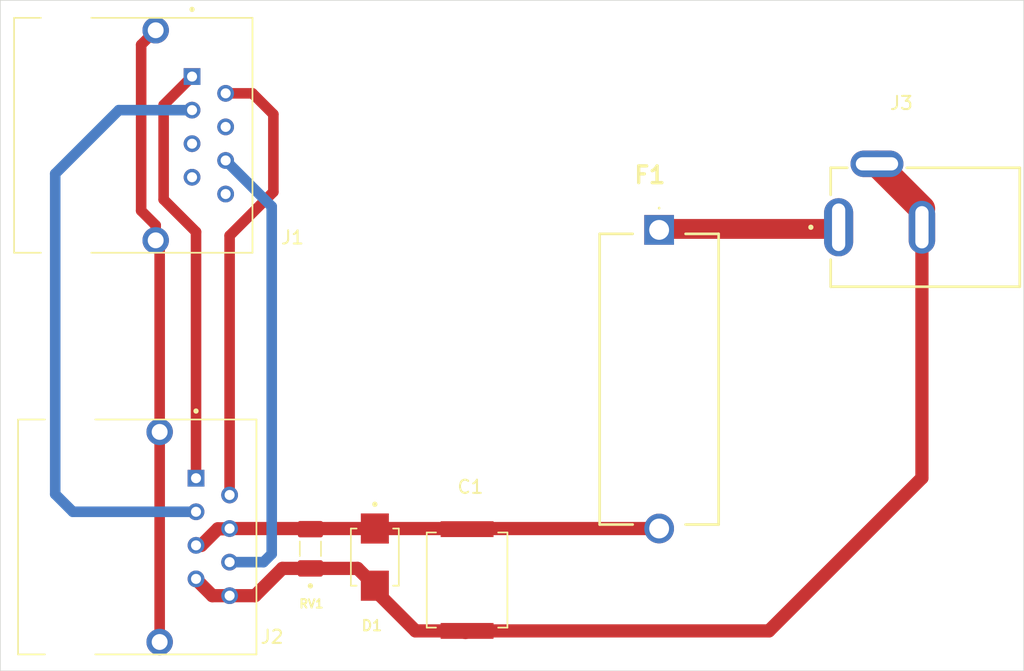
<source format=kicad_pcb>
(kicad_pcb (version 20240108) (generator "pcbnew") (generator_version "8.0")
  (layers (0 "F.Cu" signal) (31 "B.Cu" signal) (34 "B.Paste" user) (35 "F.Paste" user) (36 "B.SilkS" user "B.Silkscreen") (37 "F.SilkS" user "F.Silkscreen") (38 "B.Mask" user) (39 "F.Mask" user) (44 "Edge.Cuts" user))
  (net 0 "")
  (net 1 "Net-(F1-Pad1)")
  (net 4 "GND")
  (net 5 "VCC")
  (net 6 "GNDPWR")
  (net 7 "Net-(J1-Pad2)")
  (net 8 "Net-(J1-Pad3)")
  (net 9 "Net-(J1-Pad6)")
  (net 10 "Net-(J1-Pad1)")
  (footprint "Equatorial_foot:CAP_SMDIC04100TB00KQ00" (layer "F.Cu") (at 110.45 102.175 90)
    (property "Reference" "C1" (at 7.05 0.25 180) (layer "F.SilkS"))
    (property "Value" "SMDIC04100TB00KQ00" (hide yes))
    (fp_line (start 3.6 -3.05) (end 3.6 -2.35) (stroke (width 0.127)) (layer "F.SilkS"))
    (fp_line (start -3.6 -3.05) (end 3.6 -3.05) (stroke (width 0.127)) (layer "F.SilkS"))
    (fp_line (start -3.6 -2.35) (end -3.6 -3.05) (stroke (width 0.127)) (layer "F.SilkS"))
    (fp_line (start -3.6 2.35) (end -3.6 3.05) (stroke (width 0.127)) (layer "F.SilkS"))
    (fp_line (start 3.6 3.05) (end 3.6 2.35) (stroke (width 0.127)) (layer "F.SilkS"))
    (fp_line (start -3.6 3.05) (end 3.6 3.05) (stroke (width 0.127)) (layer "F.SilkS"))
    (pad "1" smd rect (at -3.85 0 90) (size 1.2 4) (layers "F.Cu" "F.Paste" "F.Mask") (net 4 "GND"))
    (pad "2" smd rect (at 3.85 0 90) (size 1.2 4) (layers "F.Cu" "F.Paste" "F.Mask") (net 5 "VCC"))
  )
  (footprint "Equatorial_foot:RJ45-8P8C" (layer "F.Cu") (at 83.3 68.515 -90)
    (property "Reference" "J1" (at 7.735 -13.95 180) (layer "F.SilkS") (effects (font (size 1.000614 1.000614))))
    (property "Value" "RJ45-8P8C" (hide yes))
    (fp_line (start -8.89 7.11) (end 8.89 7.11) (stroke (width 0.127)) (layer "F.SilkS"))
    (fp_line (start 8.89 7.11) (end 8.89 5.08) (stroke (width 0.127)) (layer "F.SilkS"))
    (fp_line (start -8.89 5.08) (end -8.89 7.11) (stroke (width 0.127)) (layer "F.SilkS"))
    (fp_line (start -8.89 -10.92) (end -8.89 1.27) (stroke (width 0.127)) (layer "F.SilkS"))
    (fp_line (start -8.89 -10.92) (end 8.89 -10.92) (stroke (width 0.127)) (layer "F.SilkS"))
    (fp_line (start 8.89 -10.92) (end 8.89 1.27) (stroke (width 0.127)) (layer "F.SilkS"))
    (fp_circle (center -9.53 -6.35) (end -9.43 -6.35) (stroke (width 0.2)) (fill none) (layer "F.SilkS"))
    (pad "" np_thru_hole circle (at -5.715 0.5 270) (size 3.25 3.25) (drill 3.25) (layers "*.Cu" "*.Mask"))
    (pad "" np_thru_hole circle (at 5.715 0.5 270) (size 3.25 3.25) (drill 3.25) (layers "*.Cu" "*.Mask"))
    (pad "1" thru_hole rect (at -4.445 -6.35 270) (size 1.268 1.268) (drill 0.76) (layers "*.Cu" "*.Mask") (net 10 "Net-(J1-Pad1)"))
    (pad "2" thru_hole circle (at -3.175 -8.89 270) (size 1.268 1.268) (drill 0.76) (layers "*.Cu" "*.Mask") (net 7 "Net-(J1-Pad2)"))
    (pad "3" thru_hole circle (at -1.905 -6.35 270) (size 1.268 1.268) (drill 0.76) (layers "*.Cu" "*.Mask") (net 8 "Net-(J1-Pad3)"))
    (pad "4" thru_hole circle (at -0.635 -8.89 270) (size 1.268 1.268) (drill 0.76) (layers "*.Cu" "*.Mask"))
    (pad "5" thru_hole circle (at 0.635 -6.35 270) (size 1.268 1.268) (drill 0.76) (layers "*.Cu" "*.Mask"))
    (pad "6" thru_hole circle (at 1.905 -8.89 270) (size 1.268 1.268) (drill 0.76) (layers "*.Cu" "*.Mask") (net 9 "Net-(J1-Pad6)"))
    (pad "7" thru_hole circle (at 3.175 -6.35 270) (size 1.268 1.268) (drill 0.76) (layers "*.Cu" "*.Mask"))
    (pad "8" thru_hole circle (at 4.445 -8.89 270) (size 1.268 1.268) (drill 0.76) (layers "*.Cu" "*.Mask"))
    (pad "9" thru_hole circle (at -7.95 -3.6 270) (size 2 2) (drill 1.2) (layers "*.Cu" "*.Mask") (net 6 "GNDPWR"))
    (pad "10" thru_hole circle (at 7.95 -3.6 270) (size 2 2) (drill 1.2) (layers "*.Cu" "*.Mask") (net 6 "GNDPWR"))
  )
  (footprint "Equatorial_foot:696101000002" (layer "F.Cu") (at 124.975 75.675 -90)
    (property "Reference" "F1" (at -4.15 0.7 180) (layer "F.SilkS") (effects (font (size 1.27 1.27) (thickness 0.254))))
    (property "Value" "696101000002" (hide yes))
    (fp_line (start 0.3 4.5) (end 22.3 4.5) (stroke (width 0.2)) (layer "F.SilkS"))
    (fp_line (start 22.3 4.5) (end 22.3 2) (stroke (width 0.2)) (layer "F.SilkS"))
    (fp_line (start 0.3 2) (end 0.3 4.5) (stroke (width 0.2)) (layer "F.SilkS"))
    (fp_line (start -1.7 0) (end -1.7 0) (stroke (width 0.1)) (layer "F.SilkS"))
    (fp_line (start -1.6 0) (end -1.6 0) (stroke (width 0.1)) (layer "F.SilkS"))
    (fp_line (start 22.3 -2) (end 22.3 -4.5) (stroke (width 0.2)) (layer "F.SilkS"))
    (fp_line (start 0.3 -4.5) (end 0.3 -2) (stroke (width 0.2)) (layer "F.SilkS"))
    (fp_line (start 22.3 -4.5) (end 0.3 -4.5) (stroke (width 0.2)) (layer "F.SilkS"))
    (fp_arc (start -1.7 0) (mid -1.65 -0.05) (end -1.6 0) (stroke (width 0.1)) (layer "F.SilkS"))
    (fp_arc (start -1.6 0) (mid -1.65 0.05) (end -1.7 0) (stroke (width 0.1)) (layer "F.SilkS"))
    (pad "1" thru_hole rect (at 0 0 270) (size 2.25 2.25) (drill 1.5) (layers "*.Cu" "*.Mask") (net 1 "Net-(F1-Pad1)"))
    (pad "2" thru_hole circle (at 22.6 0 270) (size 2.25 2.25) (drill 1.5) (layers "*.Cu" "*.Mask") (net 5 "VCC"))
  )
  (footprint "Equatorial_foot:GCT_DCJ200-10-A-XX-K_REVA" (layer "F.Cu") (at 145.1 75.475 90)
    (property "Reference" "J3" (at 9.4 -1.8 180) (layer "F.SilkS"))
    (property "Value" "DCJ200-10-A-XX-K_REVA" (hide yes))
    (fp_line (start 4.5 -7.15) (end 4.5 -5.9) (stroke (width 0.2)) (layer "F.SilkS"))
    (fp_line (start 2.45 -7.15) (end 4.5 -7.15) (stroke (width 0.2)) (layer "F.SilkS"))
    (fp_line (start -2.45 -7.15) (end -4.5 -7.15) (stroke (width 0.2)) (layer "F.SilkS"))
    (fp_line (start 4.5 7.15) (end 4.5 -1.4) (stroke (width 0.2)) (layer "F.SilkS"))
    (fp_line (start -4.5 7.15) (end -4.5 -7.15) (stroke (width 0.2)) (layer "F.SilkS"))
    (fp_line (start -4.5 7.15) (end 4.5 7.15) (stroke (width 0.2)) (layer "F.SilkS"))
    (fp_circle (center 0 -8.65) (end 0.1 -8.65) (stroke (width 0.2)) (fill none) (layer "F.SilkS"))
    (pad "1" thru_hole oval (at 0 -6.55 90) (size 4.4 2.2) (drill oval 3.6 1) (layers "*.Cu" "*.Mask") (net 1 "Net-(F1-Pad1)"))
    (pad "2" thru_hole oval (at 0 -0.25 90) (size 4 2) (drill oval 3.2 1) (layers "*.Cu" "*.Mask") (net 4 "GND"))
    (pad "3" thru_hole oval (at 4.8 -3.65 90) (size 2 4) (drill oval 1 3.2) (layers "*.Cu" "*.Mask") (net 4 "GND"))
  )
  (footprint "Equatorial_foot:RJ45-8P8C" (layer "F.Cu") (at 83.6 98.915 -90)
    (property "Reference" "J2" (at 7.56 -12.1 180) (layer "F.SilkS") (effects (font (size 1.000614 1.000614))))
    (property "Value" "RJ45-8P8C" (hide yes))
    (fp_line (start -8.89 7.11) (end 8.89 7.11) (stroke (width 0.127)) (layer "F.SilkS"))
    (fp_line (start 8.89 7.11) (end 8.89 5.08) (stroke (width 0.127)) (layer "F.SilkS"))
    (fp_line (start -8.89 5.08) (end -8.89 7.11) (stroke (width 0.127)) (layer "F.SilkS"))
    (fp_line (start -8.89 -10.92) (end -8.89 1.27) (stroke (width 0.127)) (layer "F.SilkS"))
    (fp_line (start -8.89 -10.92) (end 8.89 -10.92) (stroke (width 0.127)) (layer "F.SilkS"))
    (fp_line (start 8.89 -10.92) (end 8.89 1.27) (stroke (width 0.127)) (layer "F.SilkS"))
    (fp_circle (center -9.53 -6.35) (end -9.43 -6.35) (stroke (width 0.2)) (fill none) (layer "F.SilkS"))
    (pad "" np_thru_hole circle (at -5.715 0.5 270) (size 3.25 3.25) (drill 3.25) (layers "*.Cu" "*.Mask"))
    (pad "" np_thru_hole circle (at 5.715 0.5 270) (size 3.25 3.25) (drill 3.25) (layers "*.Cu" "*.Mask"))
    (pad "1" thru_hole rect (at -4.445 -6.35 270) (size 1.268 1.268) (drill 0.76) (layers "*.Cu" "*.Mask") (net 10 "Net-(J1-Pad1)"))
    (pad "2" thru_hole circle (at -3.175 -8.89 270) (size 1.268 1.268) (drill 0.76) (layers "*.Cu" "*.Mask") (net 7 "Net-(J1-Pad2)"))
    (pad "3" thru_hole circle (at -1.905 -6.35 270) (size 1.268 1.268) (drill 0.76) (layers "*.Cu" "*.Mask") (net 8 "Net-(J1-Pad3)"))
    (pad "4" thru_hole circle (at -0.635 -8.89 270) (size 1.268 1.268) (drill 0.76) (layers "*.Cu" "*.Mask") (net 5 "VCC"))
    (pad "5" thru_hole circle (at 0.635 -6.35 270) (size 1.268 1.268) (drill 0.76) (layers "*.Cu" "*.Mask") (net 5 "VCC"))
    (pad "6" thru_hole circle (at 1.905 -8.89 270) (size 1.268 1.268) (drill 0.76) (layers "*.Cu" "*.Mask") (net 9 "Net-(J1-Pad6)"))
    (pad "7" thru_hole circle (at 3.175 -6.35 270) (size 1.268 1.268) (drill 0.76) (layers "*.Cu" "*.Mask") (net 4 "GND"))
    (pad "8" thru_hole circle (at 4.445 -8.89 270) (size 1.268 1.268) (drill 0.76) (layers "*.Cu" "*.Mask") (net 4 "GND"))
    (pad "9" thru_hole circle (at -7.95 -3.6 270) (size 2 2) (drill 1.2) (layers "*.Cu" "*.Mask") (net 6 "GNDPWR"))
    (pad "10" thru_hole circle (at 7.95 -3.6 270) (size 2 2) (drill 1.2) (layers "*.Cu" "*.Mask") (net 6 "GNDPWR"))
  )
  (footprint "Equatorial_foot:DIOM4336X265N" (layer "F.Cu") (at 103.475 100.44 -90)
    (property "Reference" "D1" (at 5.185 0.225 180) (layer "F.SilkS") (effects (font (size 0.787402 0.787402))))
    (property "Value" "SMBJ58A" (hide yes))
    (fp_line (start -2.1625 1.8125) (end 2.1625 1.8125) (stroke (width 0.127)) (layer "F.SilkS"))
    (fp_line (start -2.1625 1.8125) (end -2.1625 1.38) (stroke (width 0.127)) (layer "F.SilkS"))
    (fp_line (start 2.1625 1.8125) (end 2.1625 1.38) (stroke (width 0.127)) (layer "F.SilkS"))
    (fp_line (start 2.1625 -1.38) (end 2.1625 -1.8125) (stroke (width 0.127)) (layer "F.SilkS"))
    (fp_line (start -2.1625 -1.8125) (end -2.1625 -1.38) (stroke (width 0.127)) (layer "F.SilkS"))
    (fp_line (start 2.1625 -1.8125) (end -2.1625 -1.8125) (stroke (width 0.127)) (layer "F.SilkS"))
    (fp_circle (center -4 0) (end -3.9 0) (stroke (width 0.2)) (fill none) (layer "F.SilkS"))
    (pad "A" smd rect (at 2.165 0 270) (size 2.28 2.12) (layers "F.Cu" "F.Paste" "F.Mask") (net 4 "GND"))
    (pad "C" smd rect (at -2.165 0 270) (size 2.28 2.12) (layers "F.Cu" "F.Paste" "F.Mask") (net 5 "VCC"))
  )
  (footprint "Equatorial_foot:VARC3216X180N" (layer "F.Cu") (at 98.6 99.81 90)
    (property "Reference" "RV1" (at -4.165 0.075 180) (layer "F.SilkS") (effects (font (size 0.64 0.64))))
    (property "Value" "V56MLA1206N" (hide yes))
    (fp_line (start 0.545 -0.8) (end -0.545 -0.8) (stroke (width 0.127)) (layer "F.SilkS"))
    (fp_line (start -0.545 0.8) (end 0.545 0.8) (stroke (width 0.127)) (layer "F.SilkS"))
    (fp_circle (center -2.805 0) (end -2.705 0) (stroke (width 0.2)) (fill none) (layer "F.SilkS"))
    (pad "1" smd roundrect (at -1.485 0 90) (size 1.24 1.89) (layers "F.Cu" "F.Paste" "F.Mask") (roundrect_rratio 0.125) (net 4 "GND"))
    (pad "2" smd roundrect (at 1.485 0 90) (size 1.24 1.89) (layers "F.Cu" "F.Paste" "F.Mask") (roundrect_rratio 0.125) (net 5 "VCC"))
  )
  (gr_rect (start 75.15 58.3) (end 152.55 109.05) (stroke (width 0.05)) (fill none) (layer "Edge.Cuts"))
  (segment (start 138.5 75.925) (end 138.55 75.875) (width 1.5) (layer "F.Cu") (net 1))
  (segment (start 138.55 75.875) (end 138.55 75.475) (width 1.5) (layer "F.Cu") (net 1))
  (segment (start 138.55 75.475) (end 138.425 75.6) (width 1.5) (layer "F.Cu") (net 1))
  (segment (start 125.05 75.6) (end 124.975 75.675) (width 1.5) (layer "F.Cu") (net 1))
  (segment (start 138.425 75.6) (end 125.05 75.6) (width 1.5) (layer "F.Cu") (net 1))
  (segment (start 89.95 102.125) (end 91.185 103.36) (width 1) (layer "F.Cu") (net 4))
  (segment (start 103.475 102.605) (end 103.475 102.95) (width 1) (layer "F.Cu") (net 4))
  (segment (start 133.275 106.025) (end 144.85 94.45) (width 1) (layer "F.Cu") (net 4))
  (segment (start 98.6 101.295) (end 102.165 101.295) (width 1) (layer "F.Cu") (net 4))
  (segment (start 144.85 94.45) (end 144.85 75.475) (width 1) (layer "F.Cu") (net 4))
  (segment (start 144.85 74.075) (end 141.45 70.675) (width 2) (layer "F.Cu") (net 4))
  (segment (start 110.45 106.025) (end 106.55 106.025) (width 1) (layer "F.Cu") (net 4))
  (segment (start 94.415 103.36) (end 96.48 101.295) (width 1) (layer "F.Cu") (net 4))
  (segment (start 103.475 102.95) (end 106.55 106.025) (width 1) (layer "F.Cu") (net 4))
  (segment (start 91.185 103.36) (end 92.49 103.36) (width 1) (layer "F.Cu") (net 4))
  (segment (start 110.325 106.15) (end 110.45 106.025) (width 1) (layer "F.Cu") (net 4))
  (segment (start 96.48 101.295) (end 98.6 101.295) (width 1) (layer "F.Cu") (net 4))
  (segment (start 144.85 75.475) (end 144.85 74.075) (width 1) (layer "F.Cu") (net 4))
  (segment (start 89.95 102.09) (end 89.95 102.125) (width 1) (layer "F.Cu") (net 4))
  (segment (start 92.49 103.36) (end 94.415 103.36) (width 1) (layer "F.Cu") (net 4))
  (segment (start 110.45 106.025) (end 133.275 106.025) (width 1) (layer "F.Cu") (net 4))
  (segment (start 102.165 101.295) (end 103.475 102.605) (width 1) (layer "F.Cu") (net 4))
  (segment (start 91.6 98.3) (end 92.47 98.3) (width 1) (layer "F.Cu") (net 5))
  (segment (start 92.49 98.28) (end 92.57 98.2) (width 1) (layer "F.Cu") (net 5))
  (segment (start 90.35 99.55) (end 91.6 98.3) (width 1) (layer "F.Cu") (net 5))
  (segment (start 124.73 98.28) (end 124.65 98.2) (width 1) (layer "F.Cu") (net 5))
  (segment (start 92.49 98.28) (end 124.73 98.28) (width 1) (layer "F.Cu") (net 5))
  (segment (start 89.95 99.55) (end 90.35 99.55) (width 1) (layer "F.Cu") (net 5))
  (segment (start 92.47 98.3) (end 92.49 98.28) (width 1) (layer "F.Cu") (net 5))
  (segment (start 87.2 76.765) (end 86.9 76.465) (width 0.8) (layer "F.Cu") (net 6))
  (segment (start 85.8 74.225) (end 85.8 61.665) (width 0.8) (layer "F.Cu") (net 6))
  (segment (start 85.8 61.665) (end 86.9 60.565) (width 0.8) (layer "F.Cu") (net 6))
  (segment (start 86.9 75.325) (end 85.8 74.225) (width 0.8) (layer "F.Cu") (net 6))
  (segment (start 87.2 90.965) (end 87.2 76.765) (width 0.8) (layer "F.Cu") (net 6))
  (segment (start 86.9 76.465) (end 86.9 75.325) (width 0.8) (layer "F.Cu") (net 6))
  (segment (start 87.2 106.865) (end 87.2 90.965) (width 0.8) (layer "F.Cu") (net 6))
  (segment (start 95.8 72.8) (end 95.8 66.925) (width 0.8) (layer "F.Cu") (net 7))
  (segment (start 92.49 76.11) (end 95.8 72.8) (width 0.8) (layer "F.Cu") (net 7))
  (segment (start 95.8 66.925) (end 94.215 65.34) (width 0.8) (layer "F.Cu") (net 7))
  (segment (start 94.215 65.34) (end 92.19 65.34) (width 0.8) (layer "F.Cu") (net 7))
  (segment (start 92.49 95.74) (end 92.49 76.11) (width 0.8) (layer "F.Cu") (net 7))
  (segment (start 79.3 95.675) (end 79.3 71.425) (width 0.8) (layer "B.Cu") (net 8))
  (segment (start 89.95 97.01) (end 80.635 97.01) (width 0.8) (layer "B.Cu") (net 8))
  (segment (start 80.635 97.01) (end 79.3 95.675) (width 0.8) (layer "B.Cu") (net 8))
  (segment (start 79.3 71.425) (end 84.115 66.61) (width 0.8) (layer "B.Cu") (net 8))
  (segment (start 84.115 66.61) (end 89.65 66.61) (width 0.8) (layer "B.Cu") (net 8))
  (segment (start 92.49 100.82) (end 95.055 100.82) (width 0.8) (layer "B.Cu") (net 9))
  (segment (start 95.675 100.2) (end 95.675 73.905) (width 0.8) (layer "B.Cu") (net 9))
  (segment (start 95.055 100.82) (end 95.675 100.2) (width 0.8) (layer "B.Cu") (net 9))
  (segment (start 95.675 73.905) (end 92.19 70.42) (width 0.8) (layer "B.Cu") (net 9))
  (segment (start 87.5 73.375) (end 87.5 66.22) (width 0.8) (layer "F.Cu") (net 10))
  (segment (start 89.95 75.825) (end 87.5 73.375) (width 0.8) (layer "F.Cu") (net 10))
  (segment (start 87.5 66.22) (end 89.65 64.07) (width 0.8) (layer "F.Cu") (net 10))
  (segment (start 89.95 94.47) (end 89.95 75.825) (width 0.8) (layer "F.Cu") (net 10))
)
</source>
